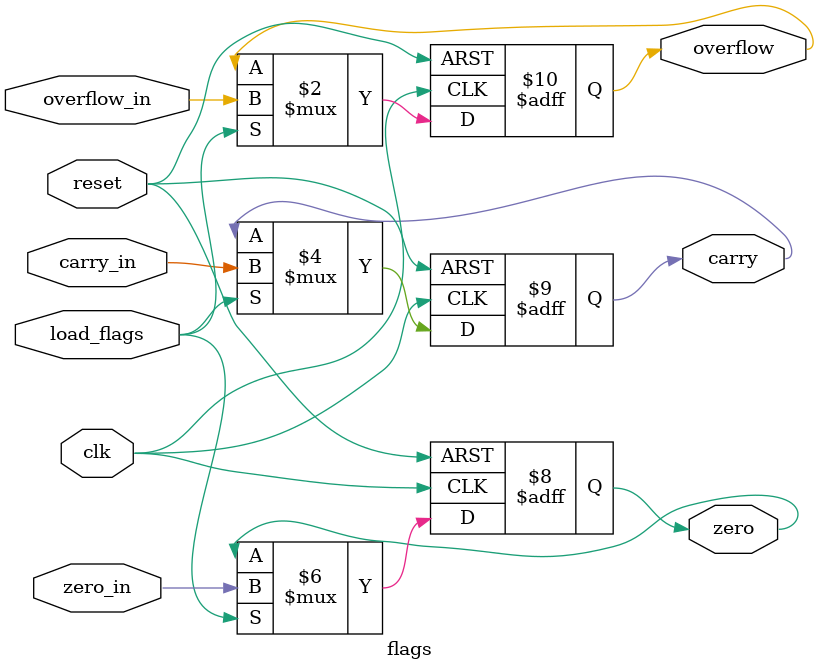
<source format=v>
module flags (
    input clk,
    input reset,
    input load_flags,
    input zero_in,
    input carry_in,
    input overflow_in,
    output reg zero,
    output reg carry,
    output reg overflow
);

    always @(posedge clk or posedge reset) begin
        if (reset) begin
            zero <= 0;
            carry <= 0;
            overflow <= 0;
        end
        else if (load_flags) begin
            zero <= zero_in;
            carry <= carry_in;
            overflow <= overflow_in;
        end
        // else hold previous values
    end

endmodule

</source>
